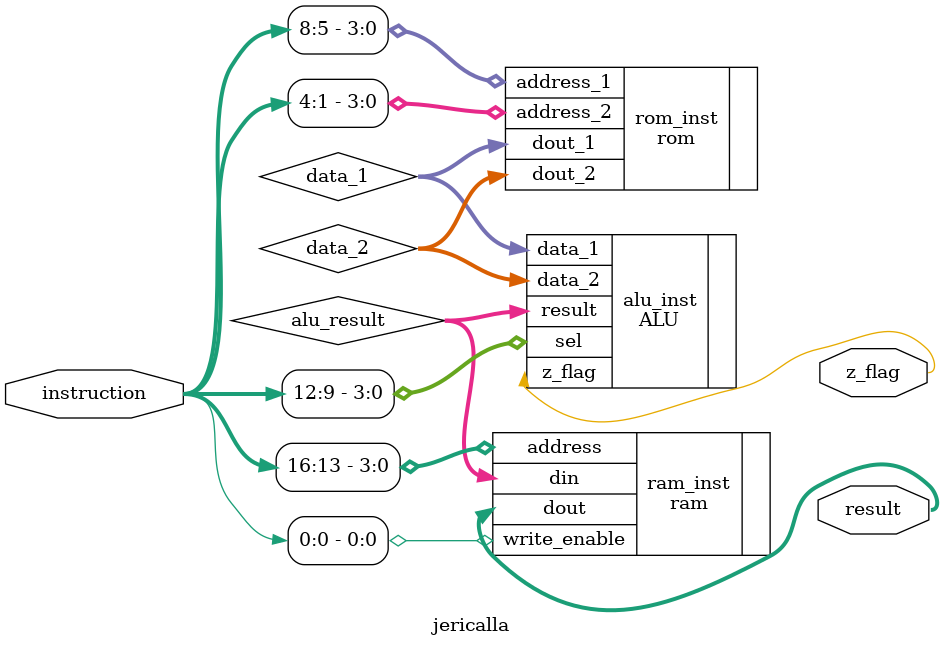
<source format=v>
`timescale 1ns/1ns

module jericalla(
    input wire [16:0] instruction,
    output [31:0] result,
    output z_flag
);


wire [31:0] data_1;
wire [31:0] data_2;
wire [31:0] alu_result;

ALU alu_inst(
	.sel(instruction[12:9]),
	.data_1(data_1),
	.data_2(data_2),
	.result(alu_result),
	.z_flag(z_flag)	
);

rom rom_inst(
	.address_1(instruction[8:5]),
	.address_2(instruction[4:1]),
	.dout_1(data_1),
	.dout_2(data_2)
);

ram ram_inst(
    .address(instruction[16:13]),
	.din(alu_result),
    .write_enable(instruction[0]),
	.dout(result)
);

endmodule
</source>
